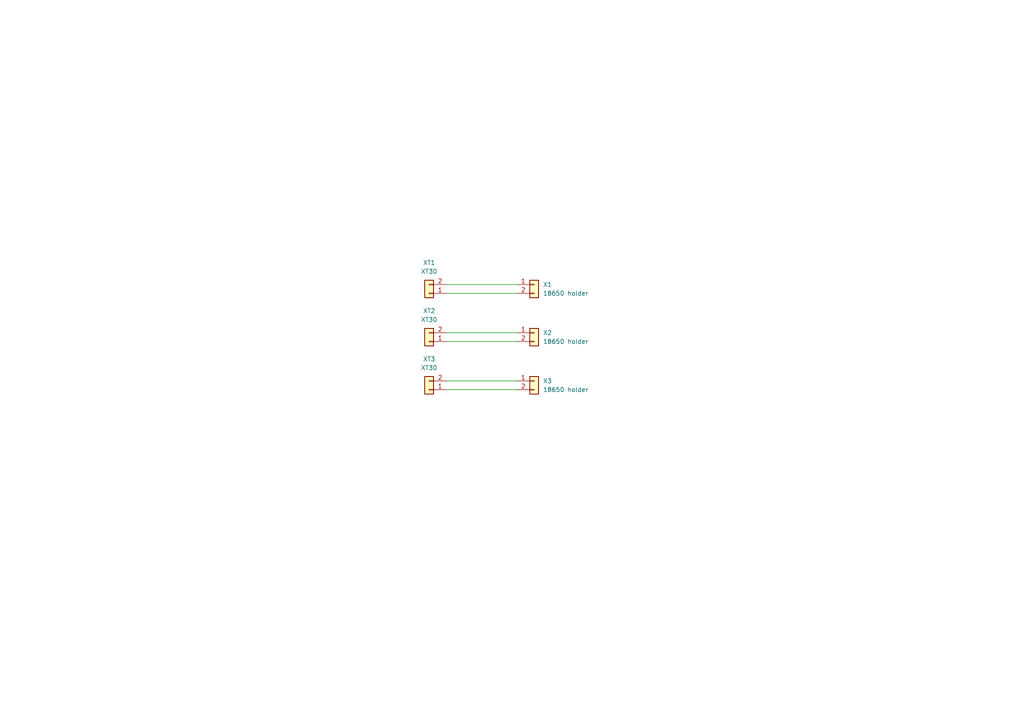
<source format=kicad_sch>
(kicad_sch (version 20250114) (generator "eeschema") (generator_version "9.0")
  (paper "A4")
  (lib_symbols
    (symbol "Connector_Generic:Conn_01x02" (pin_names (offset 1.016) (hide yes))
      (property "Reference" "J" (at 0 2.54 0))
      (property "Value" "Conn_01x02" (at 0 -5.08 0))
      (symbol "Conn_01x02_1_1"
        (rectangle (start -1.27 1.27) (end 1.27 -3.81) (stroke (width 0.254)) (fill (type background)))
        (rectangle (start -1.27 0.127) (end 0 -0.127) (stroke (width 0.1524)))
        (rectangle (start -1.27 -2.413) (end 0 -2.667) (stroke (width 0.1524)))
        (pin passive line (at -5.08 0 0) (length 3.81) (name "Pin_1") (number "1"))
        (pin passive line (at -5.08 -2.54 0) (length 3.81) (name "Pin_2") (number "2"))
      )
    )
  )
  (wire (pts (xy 129.54 113.03) (xy 149.86 113.03)))
  (wire (pts (xy 129.54 85.09) (xy 149.86 85.09)))
  (wire (pts (xy 129.54 96.52) (xy 149.86 96.52)))
  (wire (pts (xy 129.54 82.55) (xy 149.86 82.55)))
  (wire (pts (xy 129.54 99.06) (xy 149.86 99.06)))
  (wire (pts (xy 129.54 110.49) (xy 149.86 110.49)))
  (symbol (lib_id "Connector_Generic:Conn_01x02") (at 154.94 82.55 0) (unit 1)
    (property "Reference" "X1" (at 157.48 82.5499 0) (effects (justify left)))
    (property "Value" "18650 holder" (at 157.48 85.0899 0) (effects (justify left)))
    (property "Footprint" "Battery:BatteryHolder_Keystone_1042_1x18650" (effects (hide yes)))
    (property "Description" "Generic connector, single row, 01x02, script generated (kicad-library-utils/schlib/autogen/connector/)" (effects (hide yes)))
    (property "LCSC" "C2988620" (effects (hide yes)))
  )
  (symbol (lib_id "Connector_Generic:Conn_01x02") (at 124.46 85.09 180) (unit 1)
    (property "Reference" "XT1" (at 124.46 76.2 0))
    (property "Value" "XT30" (at 124.46 78.74 0))
    (property "Footprint" "Connector_AMASS:AMASS_XT30PW-F_1x02_P2.50mm_Horizontal" (effects (hide yes)))
    (property "Datasheet" "https://www.tme.eu/Document/6eb2005a51a52592b3f19e8a450c54c8/XT30PW-M.pdf" (effects (hide yes)))
    (property "Description" "Generic connector, single row, 01x02, script generated (kicad-library-utils/schlib/autogen/connector/)" (effects (hide yes)))
    (property "LCSC" "C2913282" (effects (hide yes)))
  )
  (symbol (lib_id "Connector_Generic:Conn_01x02") (at 124.46 113.03 180) (unit 1)
    (property "Reference" "XT3" (at 124.46 104.14 0))
    (property "Value" "XT30" (at 124.46 106.68 0))
    (property "Footprint" "Connector_AMASS:AMASS_XT30PW-F_1x02_P2.50mm_Horizontal" (effects (hide yes)))
    (property "Datasheet" "https://www.tme.eu/Document/6eb2005a51a52592b3f19e8a450c54c8/XT30PW-M.pdf" (effects (hide yes)))
    (property "Description" "Generic connector, single row, 01x02, script generated (kicad-library-utils/schlib/autogen/connector/)" (effects (hide yes)))
    (property "LCSC" "C2913282" (effects (hide yes)))
  )
  (symbol (lib_id "Connector_Generic:Conn_01x02") (at 154.94 96.52 0) (unit 1)
    (property "Reference" "X2" (at 157.48 96.5199 0) (effects (justify left)))
    (property "Value" "18650 holder" (at 157.48 99.0599 0) (effects (justify left)))
    (property "Footprint" "Battery:BatteryHolder_Keystone_1042_1x18650" (effects (hide yes)))
    (property "Description" "Generic connector, single row, 01x02, script generated (kicad-library-utils/schlib/autogen/connector/)" (effects (hide yes)))
    (property "LCSC" "C2988620" (effects (hide yes)))
  )
  (symbol (lib_id "Connector_Generic:Conn_01x02") (at 154.94 110.49 0) (unit 1)
    (property "Reference" "X3" (at 157.48 110.4899 0) (effects (justify left)))
    (property "Value" "18650 holder" (at 157.48 113.0299 0) (effects (justify left)))
    (property "Footprint" "Battery:BatteryHolder_Keystone_1042_1x18650" (effects (hide yes)))
    (property "Description" "Generic connector, single row, 01x02, script generated (kicad-library-utils/schlib/autogen/connector/)" (effects (hide yes)))
    (property "LCSC" "C2988620" (effects (hide yes)))
  )
  (symbol (lib_id "Connector_Generic:Conn_01x02") (at 124.46 99.06 180) (unit 1)
    (property "Reference" "XT2" (at 124.46 90.17 0))
    (property "Value" "XT30" (at 124.46 92.71 0))
    (property "Footprint" "Connector_AMASS:AMASS_XT30PW-F_1x02_P2.50mm_Horizontal" (effects (hide yes)))
    (property "Datasheet" "https://www.tme.eu/Document/6eb2005a51a52592b3f19e8a450c54c8/XT30PW-M.pdf" (effects (hide yes)))
    (property "Description" "Generic connector, single row, 01x02, script generated (kicad-library-utils/schlib/autogen/connector/)" (effects (hide yes)))
    (property "LCSC" "C2913282" (effects (hide yes)))
  )
)
</source>
